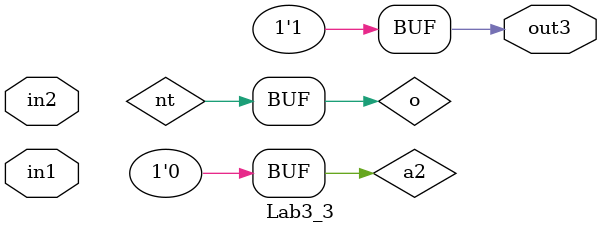
<source format=v>
`timescale 1 ns / 100 ps

`define primary_out   5
`define fan_out_1     0.5
`define fan_out_2     1
`define fan_out_3     1.5
`define time_delay_1  1
`define time_delay_2  2
`define time_delay_3  4
`define time_delay_4  5


module Lab3_3  (in1, in2, out3);
		input in1, in2;
		output out3;
		
		wire nt,a1,a2,o;
		
		not  #(`time_delay_1 + `fan_out_3)  not1(nt, in1);
		and  #(`time_delay_2 + `fan_out_1)  and1(a1,in2,in1);
		and  #(`time_delay_2 + `fan_out_2)  and2(a2,in1,nt);
		or	 #(`time_delay_2 + `fan_out_1)  or1(o,nt,a2);
		nand #(`time_delay_4 + `primary_out) nand1(out3,a2,o,nt,a1);
		
endmodule
</source>
